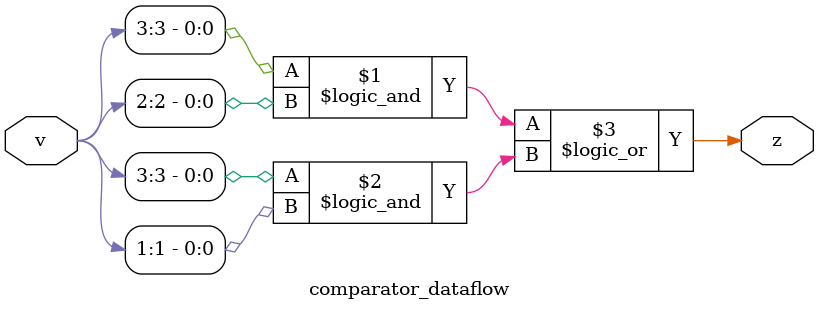
<source format=v>
`timescale 1ns / 1ps


module comparator_dataflow(
    input [3:0] v,
    output z
    );
    
    
    assign z = (v[3]&&v[2])||(v[3]&&v[1]);
    
endmodule

</source>
